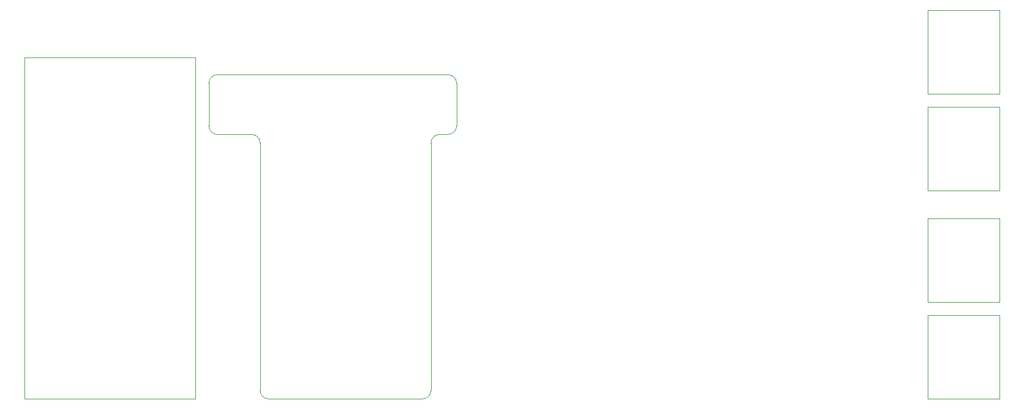
<source format=gm1>
%MOIN*%
%OFA0B0*%
%FSLAX46Y46*%
%IPPOS*%
%LPD*%
%ADD10C,0.0019685039370078744*%
%ADD21C,0.0039370078740157488*%
%ADD22C,0.0039370078740157488*%
%ADD23C,0.0039370078740157488*%
%ADD24C,0.0039370078740157488*%
%ADD25C,0.0019685039370078744*%
G01*
D10*
X0001128740Y0001550000D02*
G75*
G02*
X0001078740Y0001600000J0000050000D01*
G01*
X0001328740Y0001550000D02*
G75*
G02*
X0001378740Y0001500000J-0000050000D01*
G01*
X0001428740Y0000000000D02*
G75*
G02*
X0001378740Y0000050000J0000050000D01*
G01*
X0002378740Y0000050000D02*
G75*
G02*
X0002328740Y0000000000I-0000050000D01*
G01*
X0002378740Y0001500000D02*
G75*
G02*
X0002428740Y0001550000I0000050000D01*
G01*
X0002528740Y0001600000D02*
G75*
G02*
X0002478740Y0001550000I-0000050000D01*
G01*
X0002528740Y0001600000D02*
X0002528740Y0001850000D01*
X0002428740Y0001550000D02*
X0002478740Y0001550000D01*
X0002378740Y0000050000D02*
X0002378740Y0001500000D01*
X0001428740Y0000000000D02*
X0002328740Y0000000000D01*
X0001378740Y0001500000D02*
X0001378740Y0000050000D01*
X0001128740Y0001550000D02*
X0001328740Y0001550000D01*
X0001078740Y0001850000D02*
X0001078740Y0001600000D01*
X0001078740Y0001850000D02*
G75*
G02*
X0001128740Y0001900000I0000050000D01*
G01*
X0002478740Y0001900000D02*
G75*
G02*
X0002528740Y0001850000J-0000050000D01*
G01*
X0002478740Y0001900000D02*
X0001128740Y0001900000D01*
G04 next file*
G04 Gerber Fmt 4.6, Leading zero omitted, Abs format (unit mm)*
G04 Created by KiCad (PCBNEW (5.1.6)-1) date 2020-09-18 13:03:01*
G01*
G04 APERTURE LIST*
G04 APERTURE END LIST*
D21*
X0005704645Y0000490000D02*
X0005704645Y0000000000D01*
X0005284645Y0000490000D02*
X0005704645Y0000490000D01*
X0005284645Y0000000000D02*
X0005284645Y0000490000D01*
X0005704645Y0000000000D02*
X0005284645Y0000000000D01*
G04 next file*
G04 Gerber Fmt 4.6, Leading zero omitted, Abs format (unit mm)*
G04 Created by KiCad (PCBNEW (5.1.6)-1) date 2020-09-18 13:03:01*
G01*
G04 APERTURE LIST*
G04 APERTURE END LIST*
D22*
X0005704645Y0001058740D02*
X0005704645Y0000568740D01*
X0005284645Y0001058740D02*
X0005704645Y0001058740D01*
X0005284645Y0000568740D02*
X0005284645Y0001058740D01*
X0005704645Y0000568740D02*
X0005284645Y0000568740D01*
G04 next file*
G04 Gerber Fmt 4.6, Leading zero omitted, Abs format (unit mm)*
G04 Created by KiCad (PCBNEW (5.1.6)-1) date 2020-09-18 13:03:01*
G01*
G04 APERTURE LIST*
G04 APERTURE END LIST*
D23*
X0005704645Y0001710432D02*
X0005704645Y0001220432D01*
X0005284645Y0001710432D02*
X0005704645Y0001710432D01*
X0005284645Y0001220432D02*
X0005284645Y0001710432D01*
X0005704645Y0001220432D02*
X0005284645Y0001220432D01*
G04 next file*
G04 Gerber Fmt 4.6, Leading zero omitted, Abs format (unit mm)*
G04 Created by KiCad (PCBNEW (5.1.6)-1) date 2020-09-18 13:03:01*
G01*
G04 APERTURE LIST*
G04 APERTURE END LIST*
D24*
X0005704645Y0002279173D02*
X0005704645Y0001789173D01*
X0005284645Y0002279173D02*
X0005704645Y0002279173D01*
X0005284645Y0001789173D02*
X0005284645Y0002279173D01*
X0005704645Y0001789173D02*
X0005284645Y0001789173D01*
G04 next file*
G04 Gerber Fmt 4.6, Leading zero omitted, Abs format (unit mm)*
G04 Created by KiCad (PCBNEW (5.1.6)-1) date 2020-09-18 16:39:39*
G01*
G04 APERTURE LIST*
G04 APERTURE END LIST*
D25*
X0000000000Y0000000000D02*
X0000000000Y0002000000D01*
X0000999999Y0000000000D02*
X0000000000Y0000000000D01*
X0000999999Y0002000000D02*
X0000999999Y0000000000D01*
X0000000000Y0002000000D02*
X0000999999Y0002000000D01*
M02*
</source>
